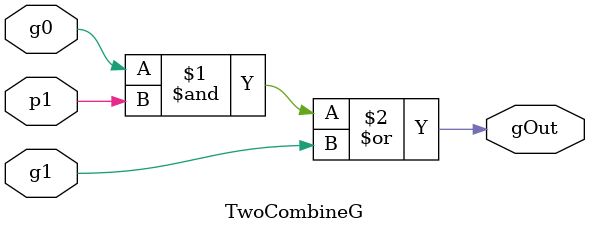
<source format=v>
module TwoCombineG(
  input  g0,
         p1,
         g1,
  output gOut
);

  assign gOut = g0 & p1 | g1;
endmodule

</source>
